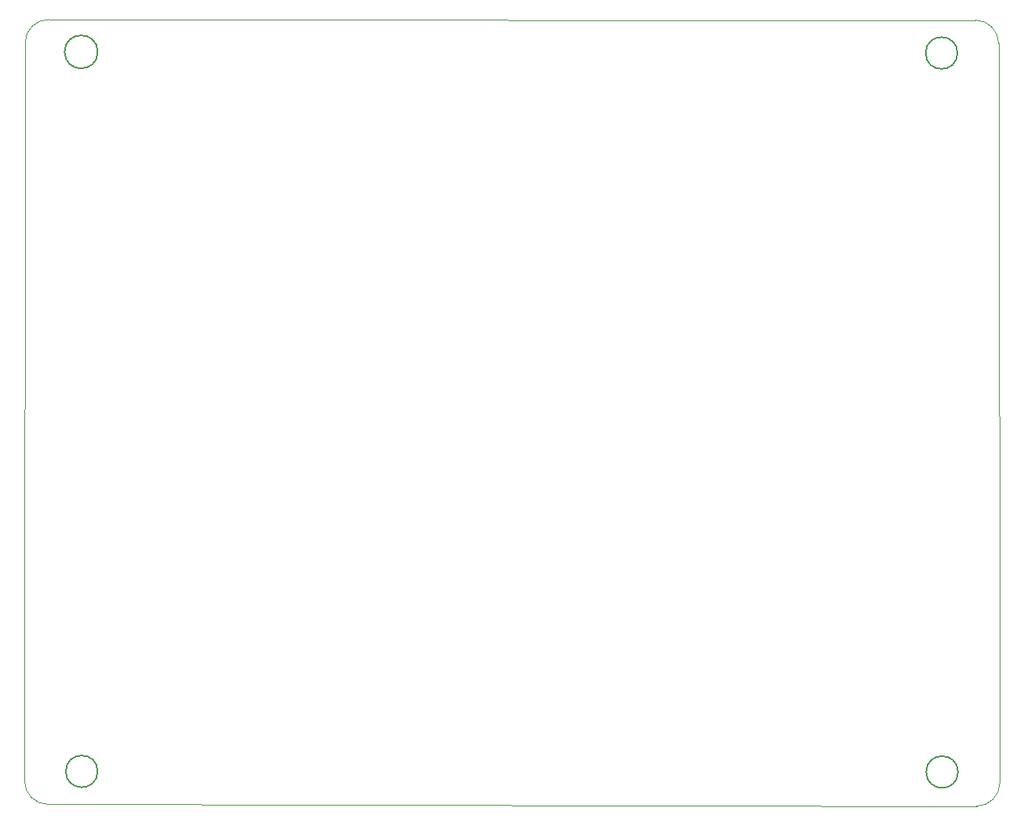
<source format=gbr>
%TF.GenerationSoftware,KiCad,Pcbnew,(5.1.7)-1*%
%TF.CreationDate,2021-01-04T12:01:46+01:00*%
%TF.ProjectId,EZ-PY32,455a2d50-5933-4322-9e6b-696361645f70,rev?*%
%TF.SameCoordinates,Original*%
%TF.FileFunction,Profile,NP*%
%FSLAX46Y46*%
G04 Gerber Fmt 4.6, Leading zero omitted, Abs format (unit mm)*
G04 Created by KiCad (PCBNEW (5.1.7)-1) date 2021-01-04 12:01:46*
%MOMM*%
%LPD*%
G01*
G04 APERTURE LIST*
%TA.AperFunction,Profile*%
%ADD10C,0.050000*%
%TD*%
%TA.AperFunction,Profile*%
%ADD11C,0.150000*%
%TD*%
G04 APERTURE END LIST*
D10*
X52728500Y-137731500D02*
G75*
G02*
X50228500Y-135231500I0J2500000D01*
G01*
X155448000Y-135422000D02*
G75*
G02*
X152948000Y-137922000I-2500000J0D01*
G01*
X152821000Y-53086000D02*
G75*
G02*
X155321000Y-55586000I0J-2500000D01*
G01*
X50292000Y-55522500D02*
G75*
G02*
X52792000Y-53022500I2500000J0D01*
G01*
X50228500Y-135231500D02*
X50292000Y-55522500D01*
X152948000Y-137922000D02*
X52728500Y-137731500D01*
X155321000Y-55586000D02*
X155448000Y-135422000D01*
X52792000Y-53022500D02*
X152821000Y-53086000D01*
D11*
X150876000Y-56642000D02*
G75*
G03*
X150876000Y-56642000I-1714500J0D01*
G01*
X150940676Y-134239000D02*
G75*
G03*
X150940676Y-134239000I-1715676J0D01*
G01*
X58103676Y-134175500D02*
G75*
G03*
X58103676Y-134175500I-1715676J0D01*
G01*
X58107030Y-56515000D02*
G75*
G03*
X58107030Y-56515000I-1782530J0D01*
G01*
M02*

</source>
